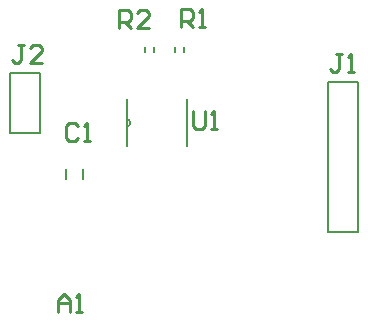
<source format=gbr>
G04*
G04 #@! TF.GenerationSoftware,Altium Limited,Altium Designer,22.11.1 (43)*
G04*
G04 Layer_Color=65535*
%FSLAX44Y44*%
%MOMM*%
G71*
G04*
G04 #@! TF.SameCoordinates,7E3583A2-2878-4CA1-8AEC-5B8DB4771625*
G04*
G04*
G04 #@! TF.FilePolarity,Positive*
G04*
G01*
G75*
%ADD10C,0.1524*%
%ADD11C,0.2000*%
%ADD12C,0.2540*%
D10*
X427736Y993902D02*
G03*
X427736Y999998I0J3048D01*
G01*
X479044Y977138D02*
Y1016762D01*
X427736Y999998D02*
Y1016762D01*
Y993902D02*
Y999998D01*
Y977138D02*
Y993902D01*
D11*
X443540Y1057180D02*
Y1061180D01*
X450540Y1057180D02*
Y1061180D01*
X468940Y1057300D02*
Y1061300D01*
X475940Y1057300D02*
Y1061300D01*
X328930Y1038860D02*
X354330D01*
Y988060D02*
Y1038860D01*
X328930Y988060D02*
X354330D01*
X328930D02*
Y1038860D01*
X598170Y904240D02*
X623570D01*
X598170D02*
Y1031240D01*
X623570Y904240D02*
Y1031240D01*
X598170D02*
X623570D01*
X391040Y949770D02*
Y957770D01*
X376040Y949770D02*
Y957770D01*
D12*
X369573Y836933D02*
Y847089D01*
X374652Y852168D01*
X379730Y847089D01*
Y836933D01*
Y844550D01*
X369573D01*
X384808Y836933D02*
X389887D01*
X387348D01*
Y852168D01*
X384808Y849628D01*
X483870Y1007105D02*
Y994409D01*
X486409Y991870D01*
X491488D01*
X494027Y994409D01*
Y1007105D01*
X499105Y991870D02*
X504183D01*
X501644D01*
Y1007105D01*
X499105Y1004566D01*
X421640Y1076960D02*
Y1092195D01*
X429258D01*
X431797Y1089656D01*
Y1084577D01*
X429258Y1082038D01*
X421640D01*
X426718D02*
X431797Y1076960D01*
X447032D02*
X436875D01*
X447032Y1087117D01*
Y1089656D01*
X444493Y1092195D01*
X439414D01*
X436875Y1089656D01*
X473710Y1078230D02*
Y1093465D01*
X481328D01*
X483867Y1090926D01*
Y1085847D01*
X481328Y1083308D01*
X473710D01*
X478788D02*
X483867Y1078230D01*
X488945D02*
X494023D01*
X491484D01*
Y1093465D01*
X488945Y1090926D01*
X340738Y1062604D02*
X335659D01*
X338199D01*
Y1049908D01*
X335659Y1047369D01*
X333120D01*
X330581Y1049908D01*
X355973Y1047369D02*
X345816D01*
X355973Y1057526D01*
Y1060065D01*
X353434Y1062604D01*
X348355D01*
X345816Y1060065D01*
X609978Y1054984D02*
X604899D01*
X607439D01*
Y1042288D01*
X604899Y1039749D01*
X602360D01*
X599821Y1042288D01*
X615056Y1039749D02*
X620134D01*
X617595D01*
Y1054984D01*
X615056Y1052445D01*
X386331Y994660D02*
X383792Y997199D01*
X378713D01*
X376174Y994660D01*
Y984503D01*
X378713Y981964D01*
X383792D01*
X386331Y984503D01*
X391409Y981964D02*
X396487D01*
X393948D01*
Y997199D01*
X391409Y994660D01*
M02*

</source>
